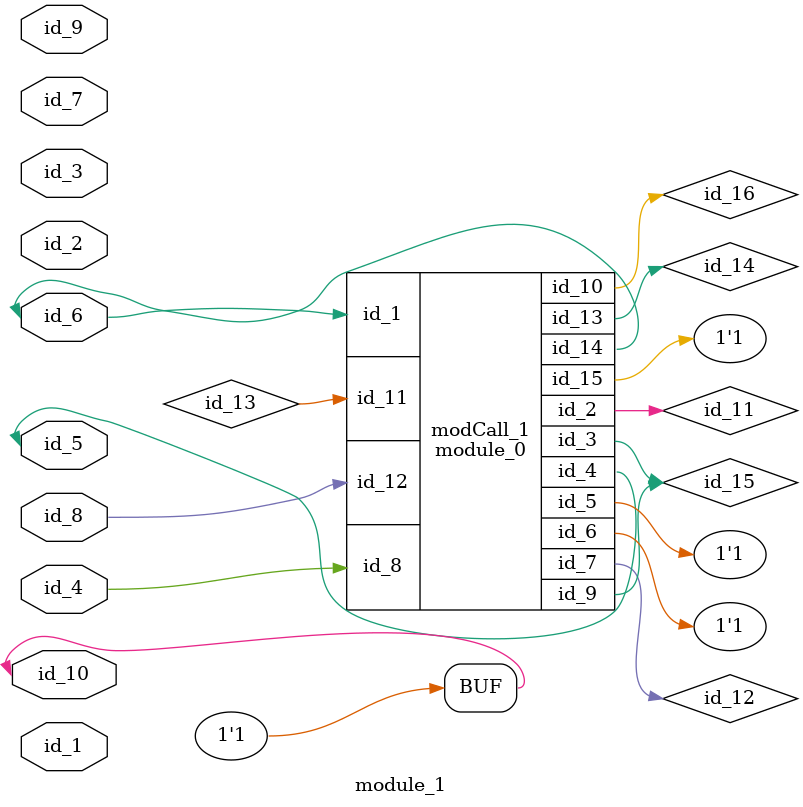
<source format=v>
module module_0 (
    id_1,
    id_2,
    id_3,
    id_4,
    id_5,
    id_6,
    id_7,
    id_8,
    id_9,
    id_10,
    id_11,
    id_12,
    id_13,
    id_14,
    id_15
);
  output wire id_15;
  inout wire id_14;
  output wire id_13;
  input wire id_12;
  input wire id_11;
  inout wire id_10;
  inout wire id_9;
  input wire id_8;
  inout wire id_7;
  inout wire id_6;
  output wire id_5;
  output wire id_4;
  inout wire id_3;
  inout wire id_2;
  input wire id_1;
  assign id_7 = 1;
  initial id_14 <= id_1;
endmodule
module module_1 (
    id_1,
    id_2,
    id_3,
    id_4,
    id_5,
    id_6,
    id_7,
    id_8,
    id_9,
    id_10
);
  inout wire id_10;
  input wire id_9;
  input wire id_8;
  input wire id_7;
  inout wire id_6;
  inout wire id_5;
  inout wire id_4;
  inout wire id_3;
  inout wire id_2;
  inout wire id_1;
  assign id_10 = 1;
  if (1'b0) begin : LABEL_0
    always id_6 <= 1;
    assign id_3[1] = 1'b0;
    begin : LABEL_0
      begin : LABEL_0
        assign id_5 = "" == "";
      end
    end
  end
  always {1, id_5 == id_7} <= 1'b0;
  wire id_11, id_12, id_13, id_14;
  wire id_15, id_16;
  module_0 modCall_1 (
      id_6,
      id_11,
      id_15,
      id_5,
      id_10,
      id_10,
      id_12,
      id_4,
      id_15,
      id_16,
      id_13,
      id_8,
      id_14,
      id_6,
      id_10
  );
endmodule

</source>
